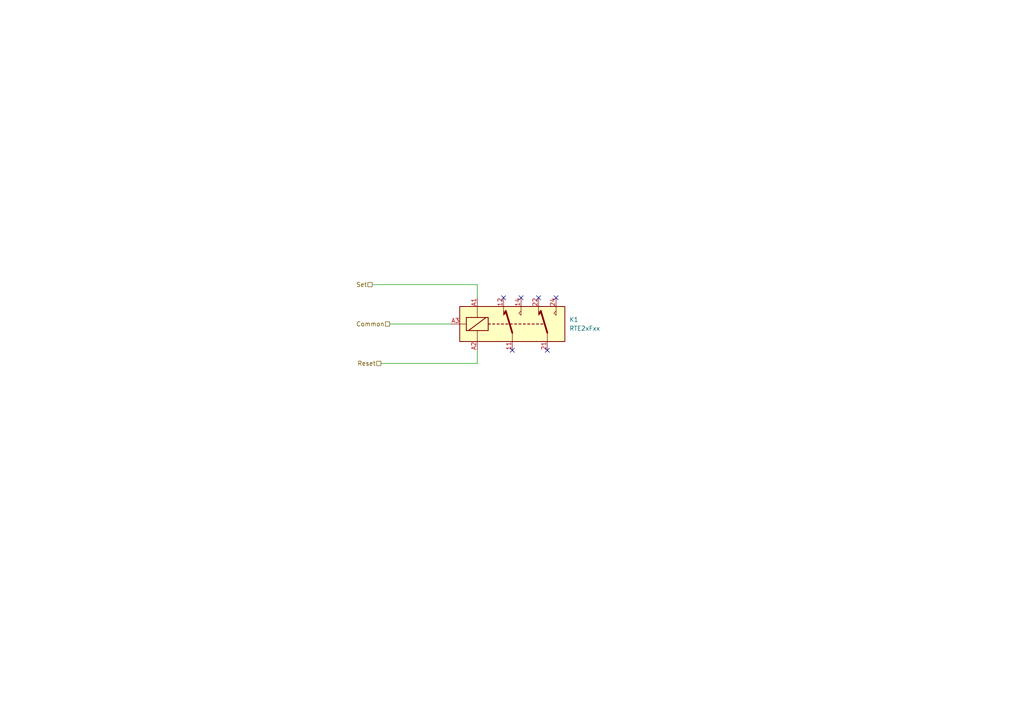
<source format=kicad_sch>
(kicad_sch (version 20230121) (generator eeschema)
  (paper "A4")
  (lib_symbols
    (symbol "Relay:RTE2xFxx"
      (property "Reference" "K" (at 16.51 3.81 0))
      (property "Value" "RTE2xFxx" (at 16.51 1.27 0))
      (symbol "RTE2xFxx_0_0"
        (polyline (pts (xy -7.62 1.905) (xy -12.7 -1.905)) (stroke (width 0.254)))
      )
      (symbol "RTE2xFxx_0_1"
        (rectangle (start -15.24 0) (end -13.335 0))
        (rectangle (start -15.24 5.08) (end 15.24 -5.08) (stroke (width 0.254)) (fill (type background)))
        (rectangle (start -13.335 1.905) (end -6.985 -1.905) (stroke (width 0.254)))
        (polyline (pts (xy -10.16 -5.08) (xy -10.16 -1.905)))
        (polyline (pts (xy -10.16 5.08) (xy -10.16 1.905)))
        (polyline (pts (xy -6.985 0) (xy -6.35 0)) (stroke (width 0.254)))
        (polyline (pts (xy -5.715 0) (xy -5.08 0)) (stroke (width 0.254)))
        (polyline (pts (xy -4.445 0) (xy -3.81 0)) (stroke (width 0.254)))
        (polyline (pts (xy -3.175 0) (xy -2.54 0)) (stroke (width 0.254)))
        (polyline (pts (xy -1.905 0) (xy -1.27 0)) (stroke (width 0.254)))
        (polyline (pts (xy -0.635 0) (xy 0 0)) (stroke (width 0.254)))
        (polyline (pts (xy 0 -2.54) (xy -1.905 3.81)) (stroke (width 0.508)))
        (polyline (pts (xy 0 -2.54) (xy 0 -5.08)))
        (polyline (pts (xy 0.635 0) (xy 1.27 0)) (stroke (width 0.254)))
        (polyline (pts (xy 1.905 0) (xy 2.54 0)) (stroke (width 0.254)))
        (polyline (pts (xy 3.175 0) (xy 3.81 0)) (stroke (width 0.254)))
        (polyline (pts (xy 4.445 0) (xy 5.08 0)) (stroke (width 0.254)))
        (polyline (pts (xy 5.715 0) (xy 6.35 0)) (stroke (width 0.254)))
        (polyline (pts (xy 6.985 0) (xy 7.62 0)) (stroke (width 0.254)))
        (polyline (pts (xy 8.255 0) (xy 8.89 0)) (stroke (width 0.254)))
        (polyline (pts (xy 10.16 -2.54) (xy 8.255 3.81)) (stroke (width 0.508)))
        (polyline (pts (xy 10.16 -2.54) (xy 10.16 -5.08)))
        (polyline (pts (xy -2.54 5.08) (xy -2.54 2.54) (xy -1.905 3.175) (xy -2.54 3.81)) (fill (type outline)))
        (polyline (pts (xy 2.54 5.08) (xy 2.54 2.54) (xy 1.905 3.175) (xy 2.54 3.81)))
        (polyline (pts (xy 7.62 5.08) (xy 7.62 2.54) (xy 8.255 3.175) (xy 7.62 3.81)) (fill (type outline)))
        (polyline (pts (xy 12.7 5.08) (xy 12.7 2.54) (xy 12.065 3.175) (xy 12.7 3.81)))
      )
      (symbol "RTE2xFxx_1_1"
        (pin passive line (at 0 -7.62 90) (length 2.54) (name "~") (number "11"))
        (pin passive line (at -2.54 7.62 270) (length 2.54) (name "~") (number "12"))
        (pin passive line (at 2.54 7.62 270) (length 2.54) (name "~") (number "14"))
        (pin passive line (at 10.16 -7.62 90) (length 2.54) (name "~") (number "21"))
        (pin passive line (at 7.62 7.62 270) (length 2.54) (name "~") (number "22"))
        (pin passive line (at 12.7 7.62 270) (length 2.54) (name "~") (number "24"))
        (pin passive line (at -10.16 7.62 270) (length 2.54) (name "~") (number "A1"))
        (pin passive line (at -10.16 -7.62 90) (length 2.54) (name "~") (number "A2"))
        (pin passive line (at -17.78 0 0) (length 2.54) (name "~") (number "A3"))
      )
    )
  )
  (no_connect (at 151.13 86.36))
  (no_connect (at 161.29 86.36))
  (no_connect (at 158.75 101.6))
  (no_connect (at 148.59 101.6))
  (no_connect (at 156.21 86.36))
  (no_connect (at 146.05 86.36))
  (wire (pts (xy 110.49 105.41) (xy 138.43 105.41)))
  (wire (pts (xy 138.43 105.41) (xy 138.43 101.6)))
  (wire (pts (xy 138.43 82.55) (xy 138.43 86.36)))
  (wire (pts (xy 107.95 82.55) (xy 138.43 82.55)))
  (wire (pts (xy 113.03 93.98) (xy 130.81 93.98)))
  (hierarchical_label "Common" (shape passive) (at 113.03 93.98 180))
  (hierarchical_label "Set" (shape passive) (at 107.95 82.55 180))
  (hierarchical_label "Reset" (shape passive) (at 110.49 105.41 180))
  (symbol (lib_id "Relay:RTE2xFxx") (at 148.59 93.98 0) (unit 1)
    (property "Reference" "K1" (at 165.1 92.71 0) (effects (justify left)))
    (property "Value" "RTE2xFxx" (at 165.1 95.25 0) (effects (justify left)))
    (property "Footprint" "Relay_THT:Relay_DPDT_Schrack-RT2-FormC-Dual-Coil_RM5mm" (effects hide))
    (property "Datasheet" "http://www.te.com/commerce/DocumentDelivery/DDEController?Action=showdoc&DocId=Data+Sheet%7FRT2_bistable%7F1116%7Fpdf%7FEnglish%7FENG_DS_RT2_bistable_1116.pdf%7F1-1415537-8" (effects hide))
    (instances (project "Solenoid_7_Segment_Digit" (path "" (reference "K1") (unit 1)) (path "" (reference "K2") (unit 1)) (path "" (reference "K3") (unit 1)) (path "" (reference "K4") (unit 1)) (path "" (reference "K5") (unit 1)) (path "" (reference "K6") (unit 1)) (path "" (reference "K7") (unit 1))))
  )
)
</source>
